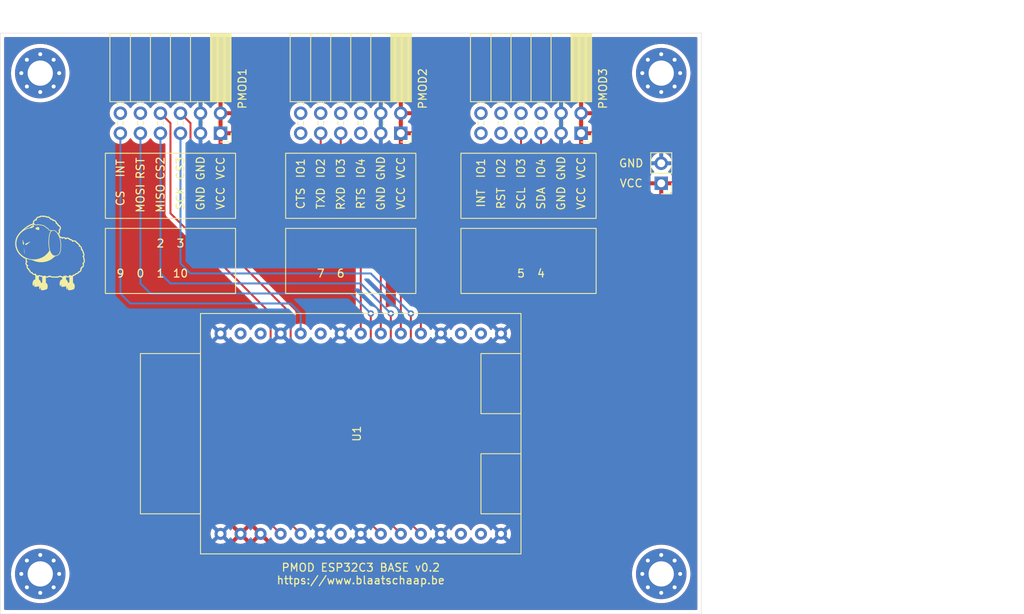
<source format=kicad_pcb>
(kicad_pcb (version 20211014) (generator pcbnew)
  (layers (0 "F.Cu" signal) (31 "B.Cu" signal) (34 "B.Paste" user "B.Plakken") (35 "F.Paste" user "F.Plakken") (36 "B.SilkS" user "B.Silkscreen") (37 "F.SilkS" user "F.Silkscreen") (38 "B.Mask" user) (39 "F.Mask" user "F. masker") (44 "Edge.Cuts" user))
  (net 0 "")
  (net 1 "GND")
  (net 2 "PMOD_UART_GPIO4")
  (net 3 "PMOD_UART_GPIO3")
  (net 4 "PMOD_UART_GPIO2_RESET")
  (net 5 "PMOD_UART_GPIO1_INT")
  (net 6 "PMOD_UART_RTS")
  (net 7 "PMOD_UART_RXD")
  (net 8 "PMOD_UART_TXD")
  (net 9 "PMOD_UART_CTS")
  (net 10 "VCC")
  (net 11 "PMOD_SPI_SCK")
  (net 12 "PMOD_SPI_MOSI")
  (net 13 "PMOD_SPI_MISO")
  (net 14 "PMOD_SPI_GPIO4_CS3")
  (net 15 "PMOD_SPI_GPIO3_CS2")
  (net 16 "PMOD_SPI_GPIO2_RESET")
  (net 17 "PMOD_SPI_GPIO1_INT")
  (net 18 "PMOD_SPI_CS")
  (net 19 "PMOD_I2C_SDA")
  (net 20 "PMOD_I2C_SCL")
  (net 21 "PMOD_I2C_RESET")
  (net 22 "PMOD_I2C_INT")
  (net 23 "PMOD_I2C_GPIO4")
  (net 24 "PMOD_I2C_GPIO3")
  (net 25 "PMOD_I2C_GPIO2")
  (net 26 "PMOD_I2C_GPIO1")
  (net 30 "~{RST}")
  (footprint "Connector_PinSocket_2.54mm:PinSocket_2x06_P2.54mm_Horizontal" (layer "F.Cu") (at 96.52 30.48 -90)
    (fp_text reference "PMOD2" (at -5.65 -2.77 90) (layer "F.SilkS"))
    (fp_text value "Conn_02x06_Odd_Even")
    (pad "1" thru_hole rect (at 0 0 270) (size 1.7 1.7) (drill 1) (layers *.Cu *.Mask) (net 10 "VCC"))
    (pad "2" thru_hole oval (at -2.54 0 270) (size 1.7 1.7) (drill 1) (layers *.Cu *.Mask) (net 10 "VCC"))
    (pad "3" thru_hole oval (at 0 2.54 270) (size 1.7 1.7) (drill 1) (layers *.Cu *.Mask) (net 1 "GND"))
    (pad "4" thru_hole oval (at -2.54 2.54 270) (size 1.7 1.7) (drill 1) (layers *.Cu *.Mask) (net 1 "GND"))
    (pad "5" thru_hole oval (at 0 5.08 270) (size 1.7 1.7) (drill 1) (layers *.Cu *.Mask) (net 6 "PMOD_UART_RTS"))
    (pad "6" thru_hole oval (at -2.54 5.08 270) (size 1.7 1.7) (drill 1) (layers *.Cu *.Mask) (net 2 "PMOD_UART_GPIO4"))
    (pad "7" thru_hole oval (at 0 7.62 270) (size 1.7 1.7) (drill 1) (layers *.Cu *.Mask) (net 7 "PMOD_UART_RXD"))
    (pad "8" thru_hole oval (at -2.54 7.62 270) (size 1.7 1.7) (drill 1) (layers *.Cu *.Mask) (net 3 "PMOD_UART_GPIO3"))
    (pad "9" thru_hole oval (at 0 10.16 270) (size 1.7 1.7) (drill 1) (layers *.Cu *.Mask) (net 8 "PMOD_UART_TXD"))
    (pad "10" thru_hole oval (at -2.54 10.16 270) (size 1.7 1.7) (drill 1) (layers *.Cu *.Mask) (net 4 "PMOD_UART_GPIO2_RESET"))
    (pad "11" thru_hole oval (at 0 12.7 270) (size 1.7 1.7) (drill 1) (layers *.Cu *.Mask) (net 9 "PMOD_UART_CTS"))
    (pad "12" thru_hole oval (at -2.54 12.7 270) (size 1.7 1.7) (drill 1) (layers *.Cu *.Mask) (net 5 "PMOD_UART_GPIO1_INT"))
  )
  (footprint "Connector_PinSocket_2.54mm:PinSocket_2x06_P2.54mm_Horizontal" (layer "F.Cu") (at 119.38 30.48 -90)
    (fp_text reference "PMOD3" (at -5.65 -2.77 90) (layer "F.SilkS"))
    (fp_text value "Conn_02x06_Odd_Even")
    (pad "1" thru_hole rect (at 0 0 270) (size 1.7 1.7) (drill 1) (layers *.Cu *.Mask) (net 10 "VCC"))
    (pad "2" thru_hole oval (at -2.54 0 270) (size 1.7 1.7) (drill 1) (layers *.Cu *.Mask) (net 10 "VCC"))
    (pad "3" thru_hole oval (at 0 2.54 270) (size 1.7 1.7) (drill 1) (layers *.Cu *.Mask) (net 1 "GND"))
    (pad "4" thru_hole oval (at -2.54 2.54 270) (size 1.7 1.7) (drill 1) (layers *.Cu *.Mask) (net 1 "GND"))
    (pad "5" thru_hole oval (at 0 5.08 270) (size 1.7 1.7) (drill 1) (layers *.Cu *.Mask) (net 19 "PMOD_I2C_SDA"))
    (pad "6" thru_hole oval (at -2.54 5.08 270) (size 1.7 1.7) (drill 1) (layers *.Cu *.Mask) (net 23 "PMOD_I2C_GPIO4"))
    (pad "7" thru_hole oval (at 0 7.62 270) (size 1.7 1.7) (drill 1) (layers *.Cu *.Mask) (net 20 "PMOD_I2C_SCL"))
    (pad "8" thru_hole oval (at -2.54 7.62 270) (size 1.7 1.7) (drill 1) (layers *.Cu *.Mask) (net 24 "PMOD_I2C_GPIO3"))
    (pad "9" thru_hole oval (at 0 10.16 270) (size 1.7 1.7) (drill 1) (layers *.Cu *.Mask) (net 21 "PMOD_I2C_RESET"))
    (pad "10" thru_hole oval (at -2.54 10.16 270) (size 1.7 1.7) (drill 1) (layers *.Cu *.Mask) (net 25 "PMOD_I2C_GPIO2"))
    (pad "11" thru_hole oval (at 0 12.7 270) (size 1.7 1.7) (drill 1) (layers *.Cu *.Mask) (net 22 "PMOD_I2C_INT"))
    (pad "12" thru_hole oval (at -2.54 12.7 270) (size 1.7 1.7) (drill 1) (layers *.Cu *.Mask) (net 26 "PMOD_I2C_GPIO1"))
  )
  (footprint "Connector_PinSocket_2.54mm:PinSocket_2x06_P2.54mm_Horizontal" (layer "F.Cu") (at 73.66 30.48 -90)
    (fp_text reference "PMOD1" (at -5.65 -2.77 90) (layer "F.SilkS"))
    (fp_text value "Conn_02x06_Odd_Even")
    (pad "1" thru_hole rect (at 0 0 270) (size 1.7 1.7) (drill 1) (layers *.Cu *.Mask) (net 10 "VCC"))
    (pad "2" thru_hole oval (at -2.54 0 270) (size 1.7 1.7) (drill 1) (layers *.Cu *.Mask) (net 10 "VCC"))
    (pad "3" thru_hole oval (at 0 2.54 270) (size 1.7 1.7) (drill 1) (layers *.Cu *.Mask) (net 1 "GND"))
    (pad "4" thru_hole oval (at -2.54 2.54 270) (size 1.7 1.7) (drill 1) (layers *.Cu *.Mask) (net 1 "GND"))
    (pad "5" thru_hole oval (at 0 5.08 270) (size 1.7 1.7) (drill 1) (layers *.Cu *.Mask) (net 11 "PMOD_SPI_SCK"))
    (pad "6" thru_hole oval (at -2.54 5.08 270) (size 1.7 1.7) (drill 1) (layers *.Cu *.Mask) (net 14 "PMOD_SPI_GPIO4_CS3"))
    (pad "7" thru_hole oval (at 0 7.62 270) (size 1.7 1.7) (drill 1) (layers *.Cu *.Mask) (net 13 "PMOD_SPI_MISO"))
    (pad "8" thru_hole oval (at -2.54 7.62 270) (size 1.7 1.7) (drill 1) (layers *.Cu *.Mask) (net 15 "PMOD_SPI_GPIO3_CS2"))
    (pad "9" thru_hole oval (at 0 10.16 270) (size 1.7 1.7) (drill 1) (layers *.Cu *.Mask) (net 12 "PMOD_SPI_MOSI"))
    (pad "10" thru_hole oval (at -2.54 10.16 270) (size 1.7 1.7) (drill 1) (layers *.Cu *.Mask) (net 16 "PMOD_SPI_GPIO2_RESET"))
    (pad "11" thru_hole oval (at 0 12.7 270) (size 1.7 1.7) (drill 1) (layers *.Cu *.Mask) (net 18 "PMOD_SPI_CS"))
    (pad "12" thru_hole oval (at -2.54 12.7 270) (size 1.7 1.7) (drill 1) (layers *.Cu *.Mask) (net 17 "PMOD_SPI_GPIO1_INT"))
  )
  (footprint "MountingHole:MountingHole_3.2mm_M3_Pad_Via" (layer "F.Cu") (at 50.8 86.36)
    (fp_text reference "H3" hide)
    (fp_text value "~")
    (pad "1" thru_hole circle (at 1.697056 1.697056) (size 0.8 0.8) (drill 0.5) (layers *.Cu *.Mask))
    (pad "1" thru_hole circle (at -1.697056 -1.697056) (size 0.8 0.8) (drill 0.5) (layers *.Cu *.Mask))
    (pad "1" thru_hole circle (at 0 -2.4) (size 0.8 0.8) (drill 0.5) (layers *.Cu *.Mask))
    (pad "1" thru_hole circle (at -2.4 0) (size 0.8 0.8) (drill 0.5) (layers *.Cu *.Mask))
    (pad "1" thru_hole circle (at 1.697056 -1.697056) (size 0.8 0.8) (drill 0.5) (layers *.Cu *.Mask))
    (pad "1" thru_hole circle (at -1.697056 1.697056) (size 0.8 0.8) (drill 0.5) (layers *.Cu *.Mask))
    (pad "1" thru_hole circle (at 2.4 0) (size 0.8 0.8) (drill 0.5) (layers *.Cu *.Mask))
    (pad "1" thru_hole circle (at 0 0) (size 6.4 6.4) (drill 3.2) (layers *.Cu *.Mask))
    (pad "1" thru_hole circle (at 0 2.4) (size 0.8 0.8) (drill 0.5) (layers *.Cu *.Mask))
  )
  (footprint "MountingHole:MountingHole_3.2mm_M3_Pad_Via" (layer "F.Cu") (at 50.8 22.86)
    (fp_text reference "H1" hide)
    (fp_text value "~")
    (pad "1" thru_hole circle (at 0 -2.4) (size 0.8 0.8) (drill 0.5) (layers *.Cu *.Mask))
    (pad "1" thru_hole circle (at 1.697056 1.697056) (size 0.8 0.8) (drill 0.5) (layers *.Cu *.Mask))
    (pad "1" thru_hole circle (at 0 2.4) (size 0.8 0.8) (drill 0.5) (layers *.Cu *.Mask))
    (pad "1" thru_hole circle (at 2.4 0) (size 0.8 0.8) (drill 0.5) (layers *.Cu *.Mask))
    (pad "1" thru_hole circle (at -2.4 0) (size 0.8 0.8) (drill 0.5) (layers *.Cu *.Mask))
    (pad "1" thru_hole circle (at 1.697056 -1.697056) (size 0.8 0.8) (drill 0.5) (layers *.Cu *.Mask))
    (pad "1" thru_hole circle (at -1.697056 1.697056) (size 0.8 0.8) (drill 0.5) (layers *.Cu *.Mask))
    (pad "1" thru_hole circle (at 0 0) (size 6.4 6.4) (drill 3.2) (layers *.Cu *.Mask))
    (pad "1" thru_hole circle (at -1.697056 -1.697056) (size 0.8 0.8) (drill 0.5) (layers *.Cu *.Mask))
  )
  (footprint "Connector_PinHeader_2.54mm:PinHeader_1x02_P2.54mm_Vertical" (layer "F.Cu") (at 129.54 36.83 180)
    (fp_text reference "J1" hide)
    (fp_text value "~")
    (pad "1" thru_hole rect (at 0 0 180) (size 1.7 1.7) (drill 1) (layers *.Cu *.Mask) (net 10 "VCC"))
    (pad "2" thru_hole oval (at 0 2.54 180) (size 1.7 1.7) (drill 1) (layers *.Cu *.Mask) (net 1 "GND"))
  )
  (footprint "MountingHole:MountingHole_3.2mm_M3_Pad_Via" (layer "F.Cu") (at 129.54 86.36)
    (fp_text reference "H4" hide)
    (fp_text value "~")
    (pad "1" thru_hole circle (at 1.697056 -1.697056) (size 0.8 0.8) (drill 0.5) (layers *.Cu *.Mask))
    (pad "1" thru_hole circle (at -1.697056 1.697056) (size 0.8 0.8) (drill 0.5) (layers *.Cu *.Mask))
    (pad "1" thru_hole circle (at 0 0) (size 6.4 6.4) (drill 3.2) (layers *.Cu *.Mask))
    (pad "1" thru_hole circle (at -2.4 0) (size 0.8 0.8) (drill 0.5) (layers *.Cu *.Mask))
    (pad "1" thru_hole circle (at 0 2.4) (size 0.8 0.8) (drill 0.5) (layers *.Cu *.Mask))
    (pad "1" thru_hole circle (at 1.697056 1.697056) (size 0.8 0.8) (drill 0.5) (layers *.Cu *.Mask))
    (pad "1" thru_hole circle (at -1.697056 -1.697056) (size 0.8 0.8) (drill 0.5) (layers *.Cu *.Mask))
    (pad "1" thru_hole circle (at 2.4 0) (size 0.8 0.8) (drill 0.5) (layers *.Cu *.Mask))
    (pad "1" thru_hole circle (at 0 -2.4) (size 0.8 0.8) (drill 0.5) (layers *.Cu *.Mask))
  )
  (footprint "AvS_Logos:bs10" (layer "F.Cu") (at 52.07 45.72)
    (fp_text reference "G***" hide)
    (fp_text value "LOGO" hide)
  )
  (footprint "MountingHole:MountingHole_3.2mm_M3_Pad_Via" (layer "F.Cu") (at 129.54 22.86)
    (fp_text reference "H2" hide)
    (fp_text value "~")
    (pad "1" thru_hole circle (at 1.697056 -1.697056) (size 0.8 0.8) (drill 0.5) (layers *.Cu *.Mask))
    (pad "1" thru_hole circle (at 1.697056 1.697056) (size 0.8 0.8) (drill 0.5) (layers *.Cu *.Mask))
    (pad "1" thru_hole circle (at -1.697056 -1.697056) (size 0.8 0.8) (drill 0.5) (layers *.Cu *.Mask))
    (pad "1" thru_hole circle (at 0 0) (size 6.4 6.4) (drill 3.2) (layers *.Cu *.Mask))
    (pad "1" thru_hole circle (at 0 2.4) (size 0.8 0.8) (drill 0.5) (layers *.Cu *.Mask))
    (pad "1" thru_hole circle (at 2.4 0) (size 0.8 0.8) (drill 0.5) (layers *.Cu *.Mask))
    (pad "1" thru_hole circle (at 0 -2.4) (size 0.8 0.8) (drill 0.5) (layers *.Cu *.Mask))
    (pad "1" thru_hole circle (at -2.4 0) (size 0.8 0.8) (drill 0.5) (layers *.Cu *.Mask))
    (pad "1" thru_hole circle (at -1.697056 1.697056) (size 0.8 0.8) (drill 0.5) (layers *.Cu *.Mask))
  )
  (footprint "AvS_CoreBoards:ESP32C3_VCCGND" (layer "F.Cu") (at 91.44 68.58 90)
    (fp_text reference "U1" (at 0 -0.5 90 unlocked) (layer "F.SilkS"))
    (fp_text value "ESP32C3_VCCGND")
    (pad "1" thru_hole circle (at -12.7 -17.78 90) (size 1.524 1.524) (drill 0.762) (layers *.Cu *.Mask) (net 1 "GND"))
    (pad "2" thru_hole circle (at -12.7 -15.24 90) (size 1.524 1.524) (drill 0.762) (layers *.Cu *.Mask) (net 10 "VCC"))
    (pad "3" thru_hole circle (at -12.7 -12.7 90) (size 1.524 1.524) (drill 0.762) (layers *.Cu *.Mask) (net 10 "VCC"))
    (pad "4" thru_hole circle (at -12.7 -10.16 90) (size 1.524 1.524) (drill 0.762) (layers *.Cu *.Mask) (net 15 "PMOD_SPI_GPIO3_CS2"))
    (pad "5" thru_hole circle (at -12.7 -7.62 90) (size 1.524 1.524) (drill 0.762) (layers *.Cu *.Mask) (net 14 "PMOD_SPI_GPIO4_CS3"))
    (pad "6" thru_hole circle (at -12.7 -5.08 90) (size 1.524 1.524) (drill 0.762) (layers *.Cu *.Mask) (net 1 "GND"))
    (pad "7" thru_hole circle (at -12.7 -2.54 90) (size 1.524 1.524) (drill 0.762) (layers *.Cu *.Mask) (net 30 "~{RST}"))
    (pad "8" thru_hole circle (at -12.7 0 90) (size 1.524 1.524) (drill 0.762) (layers *.Cu *.Mask) (net 1 "GND"))
    (pad "9" thru_hole circle (at -12.7 2.54 90) (size 1.524 1.524) (drill 0.762) (layers *.Cu *.Mask) (net 12 "PMOD_SPI_MOSI"))
    (pad "10" thru_hole circle (at -12.7 5.08 90) (size 1.524 1.524) (drill 0.762) (layers *.Cu *.Mask) (net 13 "PMOD_SPI_MISO"))
    (pad "11" thru_hole circle (at -12.7 7.62 90) (size 1.524 1.524) (drill 0.762) (layers *.Cu *.Mask) (net 11 "PMOD_SPI_SCK"))
    (pad "12" thru_hole circle (at -12.7 10.16 90) (size 1.524 1.524) (drill 0.762) (layers *.Cu *.Mask) (net 1 "GND"))
    (pad "13" thru_hole circle (at -12.7 12.7 90) (size 1.524 1.524) (drill 0.762) (layers *.Cu *.Mask))
    (pad "14" thru_hole circle (at -12.7 15.24 90) (size 1.524 1.524) (drill 0.762) (layers *.Cu *.Mask))
    (pad "15" thru_hole circle (at -12.7 17.78 90) (size 1.524 1.524) (drill 0.762) (layers *.Cu *.Mask) (net 1 "GND"))
    (pad "16" thru_hole circle (at 12.7 17.78 90) (size 1.524 1.524) (drill 0.762) (layers *.Cu *.Mask) (net 1 "GND"))
    (pad "17" thru_hole circle (at 12.7 15.24 90) (size 1.524 1.524) (drill 0.762) (layers *.Cu *.Mask))
    (pad "18" thru_hole circle (at 12.7 12.7 90) (size 1.524 1.524) (drill 0.762) (layers *.Cu *.Mask))
    (pad "19" thru_hole circle (at 12.7 10.16 90) (size 1.524 1.524) (drill 0.762) (layers *.Cu *.Mask) (net 1 "GND"))
    (pad "20" thru_hole circle (at 12.7 7.62 90) (size 1.524 1.524) (drill 0.762) (layers *.Cu *.Mask) (net 19 "PMOD_I2C_SDA"))
    (pad "21" thru_hole circle (at 12.7 5.08 90) (size 1.524 1.524) (drill 0.762) (layers *.Cu *.Mask) (net 20 "PMOD_I2C_SCL"))
    (pad "22" thru_hole circle (at 12.7 2.54 90) (size 1.524 1.524) (drill 0.762) (layers *.Cu *.Mask) (net 7 "PMOD_UART_RXD"))
    (pad "23" thru_hole circle (at 12.7 0 90) (size 1.524 1.524) (drill 0.762) (layers *.Cu *.Mask) (net 8 "PMOD_UART_TXD"))
    (pad "24" thru_hole circle (at 12.7 -2.54 90) (size 1.524 1.524) (drill 0.762) (layers *.Cu *.Mask) (net 1 "GND"))
    (pad "25" thru_hole circle (at 12.7 -5.08 90) (size 1.524 1.524) (drill 0.762) (layers *.Cu *.Mask))
    (pad "26" thru_hole circle (at 12.7 -7.62 90) (size 1.524 1.524) (drill 0.762) (layers *.Cu *.Mask) (net 18 "PMOD_SPI_CS"))
    (pad "27" thru_hole circle (at 12.7 -10.16 90) (size 1.524 1.524) (drill 0.762) (layers *.Cu *.Mask) (net 1 "GND"))
    (pad "28" thru_hole circle (at 12.7 -12.7 90) (size 1.524 1.524) (drill 0.762) (layers *.Cu *.Mask))
    (pad "29" thru_hole circle (at 12.7 -15.24 90) (size 1.524 1.524) (drill 0.762) (layers *.Cu *.Mask))
    (pad "30" thru_hole circle (at 12.7 -17.78 90) (size 1.524 1.524) (drill 0.762) (layers *.Cu *.Mask) (net 1 "GND"))
  )
  (gr_rect (start 81.915 33.02) (end 98.425 41.275) (layer "F.SilkS") (width 0.12) (fill none))
  (gr_rect (start 59.055 33.02) (end 75.565 41.275) (layer "F.SilkS") (width 0.12) (fill none))
  (gr_rect (start 104.14 42.545) (end 121.285 50.8) (layer "F.SilkS") (width 0.12) (fill none))
  (gr_rect (start 81.915 42.545) (end 98.425 50.8) (layer "F.SilkS") (width 0.12) (fill none))
  (gr_rect (start 104.14 33.02) (end 121.285 41.275) (layer "F.SilkS") (width 0.12) (fill none))
  (gr_rect (start 59.055 42.545) (end 75.565 50.8) (layer "F.SilkS") (width 0.12) (fill none))
  (gr_rect (start 45.72 17.78) (end 134.62 91.44) (layer "Edge.Cuts") (width 0.05) (fill none))
  (gr_text "5" (at 111.76 48.26) (layer "F.SilkS") (effects (font (size 1 1))))
  (gr_text "INT" (at 106.68 38.735 90) (layer "F.SilkS") (effects (font (size 1 1))))
  (gr_text "GND" (at 125.73 34.29) (layer "F.SilkS") (effects (font (size 1 1))))
  (gr_text "2" (at 66.04 44.45) (layer "F.SilkS") (effects (font (size 1 1))))
  (gr_text "INT" (at 60.96 34.925 90) (layer "F.SilkS") (effects (font (size 1 1))))
  (gr_text "10" (at 68.58 48.26) (layer "F.SilkS") (effects (font (size 1 1))))
  (gr_text "GND" (at 71.12 34.925 90) (layer "F.SilkS") (effects (font (size 1 1))))
  (gr_text "GND" (at 93.98 38.735 90) (layer "F.SilkS") (effects (font (size 1 1))))
  (gr_text "TXD" (at 86.36 38.735 90) (layer "F.SilkS") (effects (font (size 1 1))))
  (gr_text "RTS" (at 91.44 38.735 90) (layer "F.SilkS") (effects (font (size 1 1))))
  (gr_text "VCC" (at 119.38 38.735 90) (layer "F.SilkS") (effects (font (size 1 1))))
  (gr_text "IO1" (at 106.68 34.925 90) (layer "F.SilkS") (effects (font (size 1 1))))
  (gr_text "PMOD ESP32C3 BASE v0.2\nhttps://www.blaatschaap.be" (at 91.44 86.36) (layer "F.SilkS") (effects (font (size 1 1))))
  (gr_text "CTS" (at 83.82 38.735 90) (layer "F.SilkS") (effects (font (size 1 1))))
  (gr_text "1" (at 66.04 48.26) (layer "F.SilkS") (effects (font (size 1 1))))
  (gr_text "IO1" (at 83.82 34.925 90) (layer "F.SilkS") (effects (font (size 1 1))))
  (gr_text "CS" (at 60.96 38.735 90) (layer "F.SilkS") (effects (font (size 1 1))))
  (gr_text "4" (at 114.3 48.26) (layer "F.SilkS") (effects (font (size 1 1))))
  (gr_text "MISO" (at 66.04 38.735 90) (layer "F.SilkS") (effects (font (size 1 1))))
  (gr_text "SCK" (at 68.58 38.735 90) (layer "F.SilkS") (effects (font (size 1 1))))
  (gr_text "GND" (at 71.12 38.735 90) (layer "F.SilkS") (effects (font (size 1 1))))
  (gr_text "VCC" (at 125.73 36.83) (layer "F.SilkS") (effects (font (size 1 1))))
  (gr_text "GND" (at 116.84 38.735 90) (layer "F.SilkS") (effects (font (size 1 1))))
  (gr_text "7" (at 86.36 48.26) (layer "F.SilkS") (effects (font (size 1 1))))
  (gr_text "VCC" (at 73.66 38.735 90) (layer "F.SilkS") (effects (font (size 1 1))))
  (gr_text "GND" (at 116.84 34.925 90) (layer "F.SilkS") (effects (font (size 1 1))))
  (gr_text "MOSI" (at 63.5 38.735 90) (layer "F.SilkS") (effects (font (size 1 1))))
  (gr_text "IO4" (at 91.44 34.925 90) (layer "F.SilkS") (effects (font (size 1 1))))
  (gr_text "IO3" (at 88.9 34.925 90) (layer "F.SilkS") (effects (font (size 1 1))))
  (gr_text "6" (at 88.9 48.26) (layer "F.SilkS") (effects (font (size 1 1))))
  (gr_text "VCC" (at 96.52 34.925 90) (layer "F.SilkS") (effects (font (size 1 1))))
  (gr_text "IO4" (at 114.3 34.925 90) (layer "F.SilkS") (effects (font (size 1 1))))
  (gr_text "SDA" (at 114.3 38.735 90) (layer "F.SilkS") (effects (font (size 1 1))))
  (gr_text "CS3" (at 68.58 34.925 90) (layer "F.SilkS") (effects (font (size 1 1))))
  (gr_text "RXD" (at 88.9 38.735 90) (layer "F.SilkS") (effects (font (size 1 1))))
  (gr_text "9" (at 60.96 48.26) (layer "F.SilkS") (effects (font (size 1 1))))
  (gr_text "IO2" (at 86.36 34.925 90) (layer "F.SilkS") (effects (font (size 1 1))))
  (gr_text "IO3" (at 111.76 34.925 90) (layer "F.SilkS") (effects (font (size 1 1))))
  (gr_text "0" (at 63.5 48.26) (layer "F.SilkS") (effects (font (size 1 1))))
  (gr_text "RST" (at 109.22 38.735 90) (layer "F.SilkS") (effects (font (size 1 1))))
  (gr_text "VCC" (at 119.38 34.925 90) (layer "F.SilkS") (effects (font (size 1 1))))
  (gr_text "CS2" (at 66.04 34.925 90) (layer "F.SilkS") (effects (font (size 1 1))))
  (gr_text "SCL" (at 111.76 38.735 90) (layer "F.SilkS") (effects (font (size 1 1))))
  (gr_text "IO2" (at 109.22 34.925 90) (layer "F.SilkS") (effects (font (size 1 1))))
  (gr_text "RST" (at 63.5 34.925 90) (layer "F.SilkS") (effects (font (size 1 1))))
  (gr_text "3" (at 68.58 44.45) (layer "F.SilkS") (effects (font (size 1 1))))
  (gr_text "VCC" (at 96.52 38.735 90) (layer "F.SilkS") (effects (font (size 1 1))))
  (gr_text "VCC" (at 73.66 34.925 90) (layer "F.SilkS") (effects (font (size 1 1))))
  (gr_text "GND" (at 93.98 34.925 90) (layer "F.SilkS") (effects (font (size 1 1))))
  (segment (start 93.98 46.99) (end 88.9 41.91) (width 0.25) (layer "F.Cu") (net 7))
  (segment (start 93.98 55.88) (end 93.98 46.99) (width 0.25) (layer "F.Cu") (net 7))
  (segment (start 88.9 41.91) (end 88.9 30.48) (width 0.25) (layer "F.Cu") (net 7))
  (segment (start 91.44 46.99) (end 86.36 41.91) (width 0.25) (layer "F.Cu") (net 8))
  (segment (start 91.44 55.88) (end 91.44 46.99) (width 0.25) (layer "F.Cu") (net 8))
  (segment (start 86.36 41.91) (end 86.36 30.48) (width 0.25) (layer "F.Cu") (net 8))
  (segment (start 97.79 80.01) (end 97.79 53.34) (width 0.25) (layer "F.Cu") (net 11))
  (segment (start 99.06 81.28) (end 97.79 80.01) (width 0.25) (layer "F.Cu") (net 11))
  (via (at 97.79 53.34) (size 0.8) (drill 0.4) (layers "F.Cu" "B.Cu") (net 11))
  (segment (start 92.71 48.26) (end 97.79 53.34) (width 0.25) (layer "B.Cu") (net 11))
  (segment (start 68.58 46.99) (end 69.85 48.26) (width 0.25) (layer "B.Cu") (net 11))
  (segment (start 69.85 48.26) (end 92.71 48.26) (width 0.25) (layer "B.Cu") (net 11))
  (segment (start 68.58 30.48) (end 68.58 46.99) (width 0.25) (layer "B.Cu") (net 11))
  (segment (start 92.71 80.01) (end 92.71 53.34) (width 0.25) (layer "F.Cu") (net 12))
  (segment (start 93.98 81.28) (end 92.71 80.01) (width 0.25) (layer "F.Cu") (net 12))
  (via (at 92.71 53.34) (size 0.8) (drill 0.4) (layers "F.Cu" "B.Cu") (net 12))
  (segment (start 92.71 53.34) (end 91.44 52.07) (width 0.25) (layer "B.Cu") (net 12))
  (segment (start 90.17 50.8) (end 64.77 50.8) (width 0.25) (layer "B.Cu") (net 12))
  (segment (start 91.44 52.07) (end 90.17 50.8) (width 0.25) (layer "B.Cu") (net 12))
  (segment (start 63.5 49.53) (end 64.77 50.8) (width 0.25) (layer "B.Cu") (net 12))
  (segment (start 63.5 30.48) (end 63.5 49.53) (width 0.25) (layer "B.Cu") (net 12))
  (segment (start 96.52 81.28) (end 95.25 80.01) (width 0.25) (layer "F.Cu") (net 13))
  (segment (start 95.25 80.01) (end 95.25 53.34) (width 0.25) (layer "F.Cu") (net 13))
  (via (at 95.25 53.34) (size 0.8) (drill 0.4) (layers "F.Cu" "B.Cu") (net 13))
  (segment (start 66.04 48.26) (end 67.31 49.53) (width 0.25) (layer "B.Cu") (net 13))
  (segment (start 66.04 30.48) (end 66.04 48.26) (width 0.25) (layer "B.Cu") (net 13))
  (segment (start 91.44 49.53) (end 95.25 53.34) (width 0.25) (layer "B.Cu") (net 13))
  (segment (start 67.31 49.53) (end 91.44 49.53) (width 0.25) (layer "B.Cu") (net 13))
  (segment (start 82.55 80.01) (end 82.55 53.34) (width 0.25) (layer "F.Cu") (net 14))
  (segment (start 69.85 29.21) (end 68.58 27.94) (width 0.25) (layer "F.Cu") (net 14))
  (segment (start 83.82 81.28) (end 82.55 80.01) (width 0.25) (layer "F.Cu") (net 14))
  (segment (start 69.85 40.64) (end 69.85 29.21) (width 0.25) (layer "F.Cu") (net 14))
  (segment (start 82.55 53.34) (end 69.85 40.64) (width 0.25) (layer "F.Cu") (net 14))
  (segment (start 67.31 29.21) (end 66.04 27.94) (width 0.25) (layer "F.Cu") (net 15))
  (segment (start 80.01 53.34) (end 67.31 40.64) (width 0.25) (layer "F.Cu") (net 15))
  (segment (start 81.28 81.28) (end 80.01 80.01) (width 0.25) (layer "F.Cu") (net 15))
  (segment (start 67.31 40.64) (end 67.31 29.21) (width 0.25) (layer "F.Cu") (net 15))
  (segment (start 80.01 80.01) (end 80.01 53.34) (width 0.25) (layer "F.Cu") (net 15))
  (segment (start 83.82 55.88) (end 83.82 53.34) (width 0.25) (layer "B.Cu") (net 18))
  (segment (start 60.96 50.8) (end 60.96 30.48) (width 0.25) (layer "B.Cu") (net 18))
  (segment (start 83.82 53.34) (end 82.55 52.07) (width 0.25) (layer "B.Cu") (net 18))
  (segment (start 82.55 52.07) (end 62.23 52.07) (width 0.25) (layer "B.Cu") (net 18))
  (segment (start 62.23 52.07) (end 60.96 50.8) (width 0.25) (layer "B.Cu") (net 18))
  (segment (start 99.06 55.88) (end 99.06 50.8) (width 0.25) (layer "F.Cu") (net 19))
  (segment (start 99.06 50.8) (end 107.95 41.91) (width 0.25) (layer "F.Cu") (net 19))
  (segment (start 114.3 40.64) (end 114.3 30.48) (width 0.25) (layer "F.Cu") (net 19))
  (segment (start 107.95 41.91) (end 113.03 41.91) (width 0.25) (layer "F.Cu") (net 19))
  (segment (start 113.03 41.91) (end 114.3 40.64) (width 0.25) (layer "F.Cu") (net 19))
  (segment (start 111.76 30.48) (end 111.76 39.37) (width 0.25) (layer "F.Cu") (net 20))
  (segment (start 110.49 40.64) (end 106.68 40.64) (width 0.25) (layer "F.Cu") (net 20))
  (segment (start 96.52 50.8) (end 96.52 55.88) (width 0.25) (layer "F.Cu") (net 20))
  (segment (start 106.68 40.64) (end 96.52 50.8) (width 0.25) (layer "F.Cu") (net 20))
  (segment (start 111.76 39.37) (end 110.49 40.64) (width 0.25) (layer "F.Cu") (net 20))
  (zone (net 10) (net_name "VCC") (layer "F.Cu") (connect_pads (clearance 0.508)) (min_thickness 0.254) (fill yes (thermal_gap 0.508) (thermal_bridge_width 0.508))
    (polygon (pts (xy 134.62 91.44) (xy 45.72 91.44) (xy 45.72 17.78) (xy 134.62 17.78)))
  )
  (zone (net 1) (net_name "GND") (layer "B.Cu") (connect_pads (clearance 0.508)) (min_thickness 0.254) (fill yes (thermal_gap 0.508) (thermal_bridge_width 0.508))
    (polygon (pts (xy 134.62 91.44) (xy 45.72 91.44) (xy 45.72 17.78) (xy 134.62 17.78)))
  )
)
</source>
